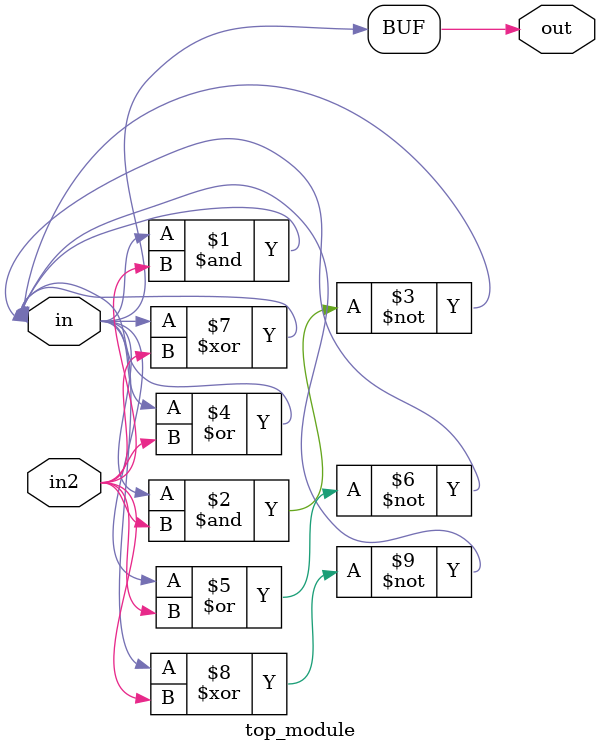
<source format=v>
module top_module ( input in,input in2, output out );

assign out = in; 
// Simple wire connection, it must be continuous assignment.
// can !invert the signal by using assign out = ~in;

assign out = in & in2; 
//And gate operation.
assign out = ~(in & in2);
//NAND gate operation.

assign out = in | in2;
//OR gate operation.
assign out = ~(in | in2);
//NOR gate operation.

assign out = in ^ in2;
//XOR gate operation.
assign out = ~(in ^ in2);
//XNOR gate operation.
    
endmodule
</source>
